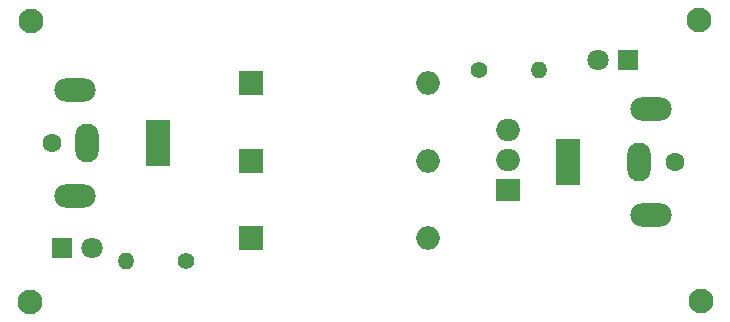
<source format=gbr>
%TF.GenerationSoftware,KiCad,Pcbnew,(7.0.0)*%
%TF.CreationDate,2024-12-23T20:55:22+00:00*%
%TF.ProjectId,5v Voltage Regulator,35762056-6f6c-4746-9167-652052656775,rev?*%
%TF.SameCoordinates,Original*%
%TF.FileFunction,Soldermask,Top*%
%TF.FilePolarity,Negative*%
%FSLAX46Y46*%
G04 Gerber Fmt 4.6, Leading zero omitted, Abs format (unit mm)*
G04 Created by KiCad (PCBNEW (7.0.0)) date 2024-12-23 20:55:22*
%MOMM*%
%LPD*%
G01*
G04 APERTURE LIST*
%ADD10C,2.100000*%
%ADD11R,2.000000X1.905000*%
%ADD12O,2.000000X1.905000*%
%ADD13C,1.400000*%
%ADD14O,1.400000X1.400000*%
%ADD15C,1.600000*%
%ADD16R,2.000000X4.000000*%
%ADD17O,2.000000X3.300000*%
%ADD18O,3.500000X2.000000*%
%ADD19R,1.800000X1.800000*%
%ADD20C,1.800000*%
%ADD21R,2.000000X2.000000*%
%ADD22O,2.000000X2.000000*%
G04 APERTURE END LIST*
D10*
%TO.C,REF\u002A\u002A*%
X228750000Y-94150000D03*
%TD*%
%TO.C,REF\u002A\u002A*%
X228850000Y-117950000D03*
%TD*%
%TO.C,REF\u002A\u002A*%
X172050000Y-118050000D03*
%TD*%
%TO.C,REF\u002A\u002A*%
X172150000Y-94300000D03*
%TD*%
D11*
%TO.C,U1*%
X212544999Y-108539999D03*
D12*
X212544999Y-105999999D03*
X212544999Y-103459999D03*
%TD*%
D13*
%TO.C,R2*%
X210110000Y-98400000D03*
D14*
X215189999Y-98399999D03*
%TD*%
D13*
%TO.C,R1*%
X185240000Y-114600000D03*
D14*
X180159999Y-114599999D03*
%TD*%
D15*
%TO.C,J2*%
X226650000Y-106200000D03*
D16*
X217649999Y-106199999D03*
D17*
X223649999Y-106199999D03*
D18*
X224649999Y-110699999D03*
X224649999Y-101699999D03*
%TD*%
D15*
%TO.C,J1*%
X173900000Y-104600000D03*
D16*
X182899999Y-104599999D03*
D17*
X176899999Y-104599999D03*
D18*
X175899999Y-100099999D03*
X175899999Y-109099999D03*
%TD*%
D19*
%TO.C,D2*%
X222724999Y-97599999D03*
D20*
X220185000Y-97600000D03*
%TD*%
D19*
%TO.C,D1*%
X174799999Y-113499999D03*
D20*
X177340000Y-113500000D03*
%TD*%
D21*
%TO.C,C3*%
X190799999Y-112612499D03*
D22*
X205799999Y-112612499D03*
%TD*%
D21*
%TO.C,C2*%
X190799999Y-106077499D03*
D22*
X205799999Y-106077499D03*
%TD*%
D21*
%TO.C,C1*%
X190799999Y-99542499D03*
D22*
X205799999Y-99542499D03*
%TD*%
M02*

</source>
